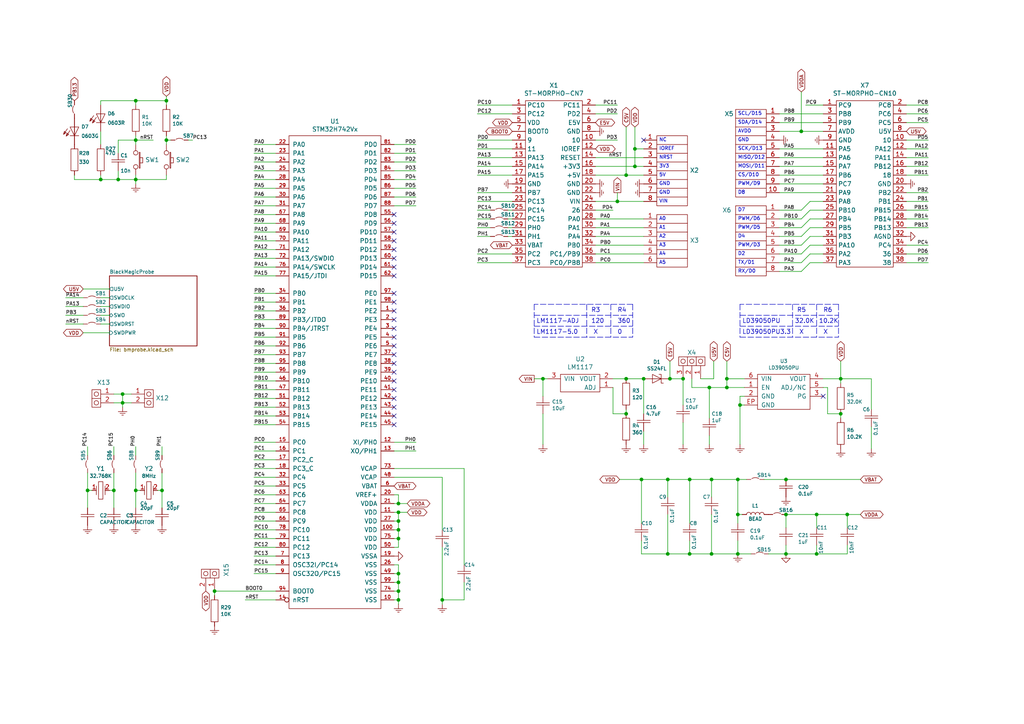
<source format=kicad_sch>
(kicad_sch (version 20231120) (generator "eeschema") (generator_version "8.0")
  (paper "A4")
  (title_block (title "Nuco-V. STM32-NUCLEO64 compatible board.") (rev "0.15"))
  (junction (at 243.84 109.855))
  (junction (at 34.29 52.07))
  (junction (at 115.57 146.05))
  (junction (at 206.375 139.065))
  (junction (at 200.025 139.065))
  (junction (at 245.745 149.225))
  (junction (at 48.26 40.64))
  (junction (at 206.375 160.655))
  (junction (at 115.57 148.59))
  (junction (at 227.965 149.225))
  (junction (at 184.15 43.18))
  (junction (at 39.37 52.07))
  (junction (at 128.27 173.99))
  (junction (at 115.57 156.21))
  (junction (at 213.995 160.655))
  (junction (at 115.57 166.37))
  (junction (at 243.84 120.015))
  (junction (at 227.965 139.065))
  (junction (at 236.855 160.655))
  (junction (at 115.57 173.99))
  (junction (at 184.15 48.26))
  (junction (at 115.57 151.13))
  (junction (at 35.56 114.3))
  (junction (at 35.56 116.84))
  (junction (at 214.63 117.475))
  (junction (at 33.02 142.24))
  (junction (at 213.995 149.225))
  (junction (at 179.07 58.42))
  (junction (at 200.025 160.655))
  (junction (at 186.055 139.065))
  (junction (at 157.48 109.855))
  (junction (at 115.57 171.45))
  (junction (at 115.57 168.91))
  (junction (at 186.69 109.855))
  (junction (at 181.61 109.855))
  (junction (at 115.57 153.67))
  (junction (at 193.675 139.065))
  (junction (at 29.21 52.07))
  (junction (at 236.855 149.225))
  (junction (at 232.41 38.1))
  (junction (at 210.82 112.395))
  (junction (at 181.61 120.015))
  (junction (at 39.37 142.24))
  (junction (at 210.82 109.855))
  (junction (at 198.12 109.855))
  (junction (at 194.31 109.855))
  (junction (at 39.37 29.21))
  (junction (at 46.99 142.24))
  (junction (at 62.23 171.45))
  (junction (at 205.74 112.395))
  (junction (at 48.26 29.21))
  (junction (at 181.61 50.8))
  (junction (at 227.965 160.655))
  (junction (at 213.995 139.065))
  (junction (at 25.4 142.24))
  (junction (at 193.675 160.655))
  (junction (at 39.37 40.64))
  (no_connect (at 114.3 72.39))
  (no_connect (at 114.3 69.85))
  (no_connect (at 114.3 113.03))
  (no_connect (at 114.3 115.57))
  (no_connect (at 114.3 67.31))
  (no_connect (at 114.3 87.63))
  (no_connect (at 114.3 97.79))
  (no_connect (at 114.3 74.93))
  (no_connect (at 114.3 80.01))
  (no_connect (at 114.3 120.65))
  (no_connect (at 186.69 40.64))
  (no_connect (at 114.3 107.95))
  (no_connect (at 114.3 62.23))
  (no_connect (at 114.3 105.41))
  (no_connect (at 114.3 118.11))
  (no_connect (at 114.3 100.33))
  (no_connect (at 114.3 95.25))
  (no_connect (at 114.3 85.09))
  (no_connect (at 114.3 92.71))
  (no_connect (at 114.3 102.87))
  (no_connect (at 238.76 114.935))
  (no_connect (at 114.3 123.19))
  (no_connect (at 114.3 110.49))
  (no_connect (at 114.3 77.47))
  (no_connect (at 114.3 90.17))
  (no_connect (at 114.3 64.77))
  (wire (pts (xy 142.24 68.58) (xy 138.43 68.58)))
  (wire (pts (xy 157.48 109.855) (xy 154.94 109.855)))
  (wire (pts (xy 80.01 138.43) (xy 73.66 138.43)))
  (wire (pts (xy 205.74 126.365) (xy 205.74 128.905)))
  (wire (pts (xy 148.59 50.8) (xy 138.43 50.8)))
  (wire (pts (xy 31.75 88.9) (xy 29.21 88.9)))
  (wire (pts (xy 172.72 60.96) (xy 177.8 60.96)))
  (wire (pts (xy 193.675 149.225) (xy 193.675 160.655)))
  (wire (pts (xy 172.72 45.72) (xy 186.69 45.72)))
  (wire (pts (xy 213.995 139.065) (xy 213.995 149.225)))
  (wire (pts (xy 80.01 153.67) (xy 73.66 153.67)))
  (wire (pts (xy 205.74 112.395) (xy 210.82 112.395)))
  (wire (pts (xy 80.01 85.09) (xy 73.66 85.09)))
  (wire (pts (xy 80.01 133.35) (xy 73.66 133.35)))
  (wire (pts (xy 232.41 78.74) (xy 226.06 78.74)))
  (wire (pts (xy 148.59 43.18) (xy 138.43 43.18)))
  (wire (pts (xy 222.885 160.655) (xy 227.965 160.655)))
  (wire (pts (xy 114.3 158.75) (xy 115.57 158.75)))
  (wire (pts (xy 29.21 29.21) (xy 29.21 30.48)))
  (wire (pts (xy 80.01 161.29) (xy 73.66 161.29)))
  (wire (pts (xy 238.76 63.5) (xy 234.95 63.5)))
  (wire (pts (xy 200.025 156.845) (xy 200.025 160.655)))
  (wire (pts (xy 39.37 129.54) (xy 39.37 132.08)))
  (wire (pts (xy 172.72 58.42) (xy 179.07 58.42)))
  (wire (pts (xy 142.24 60.96) (xy 138.43 60.96)))
  (wire (pts (xy 48.26 40.64) (xy 48.26 41.91)))
  (wire (pts (xy 80.01 166.37) (xy 73.66 166.37)))
  (wire (pts (xy 148.59 55.88) (xy 138.43 55.88)))
  (wire (pts (xy 148.59 45.72) (xy 138.43 45.72)))
  (wire (pts (xy 172.72 76.2) (xy 186.69 76.2)))
  (wire (pts (xy 243.84 111.125) (xy 243.84 109.855)))
  (wire (pts (xy 24.13 86.36) (xy 19.05 86.36)))
  (wire (pts (xy 158.75 109.855) (xy 157.48 109.855)))
  (wire (pts (xy 114.3 146.05) (xy 115.57 146.05)))
  (wire (pts (xy 128.27 175.26) (xy 128.27 173.99)))
  (wire (pts (xy 80.01 128.27) (xy 73.66 128.27)))
  (wire (pts (xy 200.66 109.855) (xy 200.66 112.395)))
  (wire (pts (xy 262.89 66.04) (xy 269.24 66.04)))
  (wire (pts (xy 232.41 76.2) (xy 226.06 76.2)))
  (wire (pts (xy 234.95 63.5) (xy 232.41 66.04)))
  (wire (pts (xy 215.9 109.855) (xy 210.82 109.855)))
  (wire (pts (xy 227.965 158.115) (xy 227.965 160.655)))
  (wire (pts (xy 157.48 120.015) (xy 157.48 128.905)))
  (wire (pts (xy 252.73 109.855) (xy 243.84 109.855)))
  (wire (pts (xy 114.3 151.13) (xy 115.57 151.13)))
  (wire (pts (xy 115.57 143.51) (xy 115.57 146.05)))
  (wire (pts (xy 262.89 35.56) (xy 269.24 35.56)))
  (wire (pts (xy 80.01 110.49) (xy 73.66 110.49)))
  (wire (pts (xy 269.24 50.8) (xy 262.89 50.8)))
  (wire (pts (xy 80.01 120.65) (xy 73.66 120.65)))
  (wire (pts (xy 39.37 52.07) (xy 48.26 52.07)))
  (wire (pts (xy 114.3 171.45) (xy 115.57 171.45)))
  (wire (pts (xy 80.01 92.71) (xy 73.66 92.71)))
  (wire (pts (xy 252.73 123.825) (xy 252.73 130.175)))
  (wire (pts (xy 184.15 48.26) (xy 186.69 48.26)))
  (wire (pts (xy 238.76 30.48) (xy 233.68 30.48)))
  (wire (pts (xy 115.57 148.59) (xy 118.11 148.59)))
  (wire (pts (xy 46.99 142.24) (xy 45.72 142.24)))
  (wire (pts (xy 33.02 147.32) (xy 33.02 142.24)))
  (wire (pts (xy 80.01 151.13) (xy 73.66 151.13)))
  (wire (pts (xy 177.8 109.855) (xy 181.61 109.855)))
  (wire (pts (xy 114.3 143.51) (xy 115.57 143.51)))
  (wire (pts (xy 80.01 100.33) (xy 73.66 100.33)))
  (wire (pts (xy 25.4 147.32) (xy 25.4 142.24)))
  (wire (pts (xy 206.375 139.065) (xy 213.995 139.065)))
  (wire (pts (xy 128.27 158.75) (xy 128.27 173.99)))
  (wire (pts (xy 172.72 50.8) (xy 181.61 50.8)))
  (wire (pts (xy 240.03 112.395) (xy 240.03 120.015)))
  (wire (pts (xy 232.41 73.66) (xy 226.06 73.66)))
  (wire (pts (xy 128.27 153.67) (xy 128.27 138.43)))
  (wire (pts (xy 80.01 130.81) (xy 73.66 130.81)))
  (wire (pts (xy 114.3 138.43) (xy 128.27 138.43)))
  (wire (pts (xy 262.89 71.12) (xy 269.24 71.12)))
  (polyline (pts (xy 214.63 94.615) (xy 243.205 94.615)) (stroke (width 0) (type dash)))
  (polyline (pts (xy 154.94 91.44) (xy 183.515 91.44)) (stroke (width 0) (type dash)))
  (wire (pts (xy 80.01 59.69) (xy 73.66 59.69)))
  (wire (pts (xy 194.31 104.775) (xy 194.31 109.855)))
  (wire (pts (xy 25.4 132.08) (xy 25.4 129.54)))
  (wire (pts (xy 269.24 55.88) (xy 262.89 55.88)))
  (wire (pts (xy 238.76 50.8) (xy 226.06 50.8)))
  (wire (pts (xy 232.41 60.96) (xy 226.06 60.96)))
  (wire (pts (xy 114.3 41.91) (xy 120.65 41.91)))
  (wire (pts (xy 245.745 153.035) (xy 245.745 149.225)))
  (wire (pts (xy 186.69 125.095) (xy 186.69 128.905)))
  (wire (pts (xy 262.89 76.2) (xy 269.24 76.2)))
  (wire (pts (xy 213.995 149.225) (xy 213.995 151.765)))
  (wire (pts (xy 115.57 148.59) (xy 114.3 148.59)))
  (wire (pts (xy 80.01 95.25) (xy 73.66 95.25)))
  (wire (pts (xy 210.82 104.775) (xy 210.82 109.855)))
  (wire (pts (xy 73.66 102.87) (xy 80.01 102.87)))
  (wire (pts (xy 213.995 160.655) (xy 206.375 160.655)))
  (wire (pts (xy 200.025 160.655) (xy 193.675 160.655)))
  (wire (pts (xy 198.12 122.555) (xy 198.12 128.905)))
  (wire (pts (xy 238.76 71.12) (xy 234.95 71.12)))
  (wire (pts (xy 186.69 43.18) (xy 184.15 43.18)))
  (wire (pts (xy 80.01 62.23) (xy 73.66 62.23)))
  (wire (pts (xy 80.01 74.93) (xy 73.66 74.93)))
  (wire (pts (xy 33.02 116.84) (xy 35.56 116.84)))
  (wire (pts (xy 33.02 114.3) (xy 35.56 114.3)))
  (polyline (pts (xy 170.18 88.265) (xy 170.18 97.79)) (stroke (width 0) (type dash)))
  (wire (pts (xy 252.73 118.745) (xy 252.73 109.855)))
  (wire (pts (xy 34.29 44.45) (xy 34.29 40.64)))
  (wire (pts (xy 80.01 146.05) (xy 73.66 146.05)))
  (wire (pts (xy 39.37 147.32) (xy 39.37 142.24)))
  (wire (pts (xy 245.745 160.655) (xy 245.745 158.115)))
  (wire (pts (xy 227.965 160.655) (xy 236.855 160.655)))
  (wire (pts (xy 29.21 50.8) (xy 29.21 52.07)))
  (wire (pts (xy 114.3 163.83) (xy 115.57 163.83)))
  (wire (pts (xy 207.01 104.775) (xy 207.01 109.855)))
  (wire (pts (xy 198.12 117.475) (xy 198.12 109.855)))
  (wire (pts (xy 262.89 30.48) (xy 269.24 30.48)))
  (wire (pts (xy 232.41 71.12) (xy 226.06 71.12)))
  (wire (pts (xy 114.3 168.91) (xy 115.57 168.91)))
  (wire (pts (xy 80.01 140.97) (xy 73.66 140.97)))
  (wire (pts (xy 29.21 52.07) (xy 34.29 52.07)))
  (wire (pts (xy 80.01 52.07) (xy 73.66 52.07)))
  (wire (pts (xy 80.01 135.89) (xy 73.66 135.89)))
  (wire (pts (xy 172.72 71.12) (xy 186.69 71.12)))
  (wire (pts (xy 179.07 55.88) (xy 179.07 58.42)))
  (wire (pts (xy 80.01 90.17) (xy 73.66 90.17)))
  (wire (pts (xy 80.01 97.79) (xy 73.66 97.79)))
  (wire (pts (xy 238.76 48.26) (xy 226.06 48.26)))
  (wire (pts (xy 234.95 71.12) (xy 232.41 73.66)))
  (wire (pts (xy 33.02 142.24) (xy 31.75 142.24)))
  (wire (pts (xy 243.84 120.015) (xy 243.84 121.285)))
  (wire (pts (xy 39.37 53.34) (xy 39.37 52.07)))
  (wire (pts (xy 114.3 59.69) (xy 120.65 59.69)))
  (wire (pts (xy 172.72 63.5) (xy 186.69 63.5)))
  (wire (pts (xy 232.41 68.58) (xy 226.06 68.58)))
  (wire (pts (xy 80.01 69.85) (xy 73.66 69.85)))
  (wire (pts (xy 186.69 109.855) (xy 186.69 120.015)))
  (wire (pts (xy 39.37 142.24) (xy 40.64 142.24)))
  (wire (pts (xy 39.37 39.37) (xy 39.37 40.64)))
  (wire (pts (xy 172.72 30.48) (xy 179.07 30.48)))
  (wire (pts (xy 227.965 139.065) (xy 249.555 139.065)))
  (wire (pts (xy 232.41 38.1) (xy 226.06 38.1)))
  (wire (pts (xy 115.57 156.21) (xy 115.57 153.67)))
  (wire (pts (xy 184.15 43.18) (xy 184.15 36.83)))
  (wire (pts (xy 39.37 40.64) (xy 44.45 40.64)))
  (wire (pts (xy 243.84 109.855) (xy 243.84 104.775)))
  (wire (pts (xy 238.76 58.42) (xy 234.95 58.42)))
  (wire (pts (xy 33.02 132.08) (xy 33.02 129.54)))
  (polyline (pts (xy 214.63 97.79) (xy 243.205 97.79)) (stroke (width 0) (type dash)))
  (wire (pts (xy 262.89 58.42) (xy 269.24 58.42)))
  (wire (pts (xy 24.13 93.98) (xy 19.05 93.98)))
  (wire (pts (xy 234.95 58.42) (xy 232.41 60.96)))
  (wire (pts (xy 38.1 114.3) (xy 35.56 114.3)))
  (wire (pts (xy 186.055 160.655) (xy 186.055 156.845)))
  (wire (pts (xy 114.3 46.99) (xy 120.65 46.99)))
  (wire (pts (xy 80.01 156.21) (xy 73.66 156.21)))
  (wire (pts (xy 217.805 160.655) (xy 213.995 160.655)))
  (wire (pts (xy 115.57 168.91) (xy 115.57 171.45)))
  (wire (pts (xy 181.61 36.83) (xy 181.61 50.8)))
  (wire (pts (xy 240.03 112.395) (xy 238.76 112.395)))
  (wire (pts (xy 80.01 123.19) (xy 73.66 123.19)))
  (polyline (pts (xy 154.94 88.265) (xy 154.94 97.79)) (stroke (width 0) (type dash)))
  (wire (pts (xy 262.89 60.96) (xy 269.24 60.96)))
  (wire (pts (xy 142.24 63.5) (xy 138.43 63.5)))
  (wire (pts (xy 73.66 57.15) (xy 80.01 57.15)))
  (wire (pts (xy 39.37 40.64) (xy 39.37 41.91)))
  (wire (pts (xy 148.59 76.2) (xy 138.43 76.2)))
  (wire (pts (xy 142.24 66.04) (xy 138.43 66.04)))
  (wire (pts (xy 31.75 93.98) (xy 29.21 93.98)))
  (wire (pts (xy 147.32 63.5) (xy 148.59 63.5)))
  (polyline (pts (xy 183.515 88.265) (xy 183.515 97.79)) (stroke (width 0) (type dash)))
  (wire (pts (xy 80.01 105.41) (xy 73.66 105.41)))
  (wire (pts (xy 177.8 112.395) (xy 177.8 120.015)))
  (wire (pts (xy 193.675 160.655) (xy 186.055 160.655)))
  (wire (pts (xy 262.89 73.66) (xy 269.24 73.66)))
  (wire (pts (xy 213.995 160.655) (xy 213.995 156.845)))
  (wire (pts (xy 148.59 30.48) (xy 138.43 30.48)))
  (wire (pts (xy 114.3 130.81) (xy 120.65 130.81)))
  (wire (pts (xy 148.59 73.66) (xy 138.43 73.66)))
  (wire (pts (xy 35.56 116.84) (xy 35.56 114.3)))
  (wire (pts (xy 200.025 139.065) (xy 206.375 139.065)))
  (wire (pts (xy 80.01 158.75) (xy 73.66 158.75)))
  (wire (pts (xy 226.06 33.02) (xy 238.76 33.02)))
  (wire (pts (xy 80.01 49.53) (xy 73.66 49.53)))
  (wire (pts (xy 39.37 30.48) (xy 39.37 29.21)))
  (wire (pts (xy 243.84 109.855) (xy 238.76 109.855)))
  (wire (pts (xy 114.3 166.37) (xy 115.57 166.37)))
  (wire (pts (xy 215.9 114.935) (xy 214.63 114.935)))
  (wire (pts (xy 25.4 142.24) (xy 26.67 142.24)))
  (wire (pts (xy 148.59 33.02) (xy 138.43 33.02)))
  (wire (pts (xy 179.705 139.065) (xy 186.055 139.065)))
  (wire (pts (xy 80.01 67.31) (xy 73.66 67.31)))
  (wire (pts (xy 25.4 137.16) (xy 25.4 142.24)))
  (wire (pts (xy 147.32 66.04) (xy 148.59 66.04)))
  (wire (pts (xy 193.675 139.065) (xy 200.025 139.065)))
  (wire (pts (xy 114.3 173.99) (xy 115.57 173.99)))
  (wire (pts (xy 215.9 112.395) (xy 210.82 112.395)))
  (wire (pts (xy 186.055 139.065) (xy 193.675 139.065)))
  (wire (pts (xy 31.75 96.52) (xy 24.13 96.52)))
  (wire (pts (xy 31.75 91.44) (xy 29.21 91.44)))
  (wire (pts (xy 39.37 137.16) (xy 39.37 142.24)))
  (wire (pts (xy 238.76 53.34) (xy 226.06 53.34)))
  (wire (pts (xy 114.3 128.27) (xy 120.65 128.27)))
  (wire (pts (xy 54.61 40.64) (xy 55.88 40.64)))
  (wire (pts (xy 80.01 173.99) (xy 71.12 173.99)))
  (wire (pts (xy 238.76 60.96) (xy 234.95 60.96)))
  (wire (pts (xy 240.03 120.015) (xy 243.84 120.015)))
  (wire (pts (xy 48.26 29.21) (xy 48.26 27.94)))
  (wire (pts (xy 80.01 54.61) (xy 73.66 54.61)))
  (wire (pts (xy 46.99 137.16) (xy 46.99 142.24)))
  (wire (pts (xy 80.01 77.47) (xy 73.66 77.47)))
  (wire (pts (xy 29.21 29.21) (xy 39.37 29.21)))
  (wire (pts (xy 21.59 52.07) (xy 21.59 50.8)))
  (wire (pts (xy 34.29 40.64) (xy 39.37 40.64)))
  (wire (pts (xy 128.27 173.99) (xy 134.62 173.99)))
  (wire (pts (xy 172.72 73.66) (xy 186.69 73.66)))
  (polyline (pts (xy 236.855 88.265) (xy 236.855 97.79)) (stroke (width 0) (type dash)))
  (wire (pts (xy 80.01 87.63) (xy 73.66 87.63)))
  (wire (pts (xy 39.37 29.21) (xy 48.26 29.21)))
  (wire (pts (xy 227.965 149.225) (xy 227.965 153.035)))
  (wire (pts (xy 39.37 50.8) (xy 39.37 52.07)))
  (wire (pts (xy 134.62 173.99) (xy 134.62 168.91)))
  (wire (pts (xy 221.615 139.065) (xy 227.965 139.065)))
  (wire (pts (xy 236.855 160.655) (xy 245.745 160.655)))
  (wire (pts (xy 48.26 29.21) (xy 48.26 30.48)))
  (wire (pts (xy 181.61 118.745) (xy 181.61 120.015)))
  (wire (pts (xy 80.01 64.77) (xy 73.66 64.77)))
  (wire (pts (xy 238.76 68.58) (xy 234.95 68.58)))
  (wire (pts (xy 238.76 43.18) (xy 226.06 43.18)))
  (wire (pts (xy 115.57 171.45) (xy 115.57 173.99)))
  (polyline (pts (xy 154.94 97.79) (xy 183.515 97.79)) (stroke (width 0) (type dash)))
  (wire (pts (xy 234.95 73.66) (xy 232.41 76.2)))
  (wire (pts (xy 147.32 68.58) (xy 148.59 68.58)))
  (wire (pts (xy 186.055 151.765) (xy 186.055 139.065)))
  (wire (pts (xy 115.57 153.67) (xy 115.57 151.13)))
  (wire (pts (xy 200.66 112.395) (xy 205.74 112.395)))
  (wire (pts (xy 172.72 68.58) (xy 186.69 68.58)))
  (wire (pts (xy 269.24 48.26) (xy 262.89 48.26)))
  (wire (pts (xy 172.72 66.04) (xy 186.69 66.04)))
  (wire (pts (xy 148.59 58.42) (xy 138.43 58.42)))
  (wire (pts (xy 48.26 52.07) (xy 48.26 50.8)))
  (wire (pts (xy 262.89 40.64) (xy 269.24 40.64)))
  (wire (pts (xy 262.89 33.02) (xy 269.24 33.02)))
  (wire (pts (xy 194.31 109.855) (xy 198.12 109.855)))
  (polyline (pts (xy 243.205 88.265) (xy 214.63 88.265)) (stroke (width 0) (type dash)))
  (wire (pts (xy 210.82 109.855) (xy 210.82 112.395)))
  (wire (pts (xy 35.56 116.84) (xy 35.56 118.11)))
  (wire (pts (xy 269.24 45.72) (xy 262.89 45.72)))
  (wire (pts (xy 34.29 52.07) (xy 34.29 49.53)))
  (wire (pts (xy 80.01 41.91) (xy 73.66 41.91)))
  (wire (pts (xy 172.72 48.26) (xy 184.15 48.26)))
  (wire (pts (xy 114.3 153.67) (xy 115.57 153.67)))
  (wire (pts (xy 205.74 112.395) (xy 205.74 121.285)))
  (wire (pts (xy 114.3 49.53) (xy 120.65 49.53)))
  (polyline (pts (xy 214.63 91.44) (xy 243.205 91.44)) (stroke (width 0) (type dash)))
  (wire (pts (xy 179.07 58.42) (xy 186.69 58.42)))
  (wire (pts (xy 206.375 144.145) (xy 206.375 139.065)))
  (wire (pts (xy 49.53 40.64) (xy 48.26 40.64)))
  (wire (pts (xy 262.89 43.18) (xy 269.24 43.18)))
  (wire (pts (xy 80.01 107.95) (xy 73.66 107.95)))
  (wire (pts (xy 215.9 117.475) (xy 214.63 117.475)))
  (wire (pts (xy 39.37 52.07) (xy 34.29 52.07)))
  (wire (pts (xy 80.01 148.59) (xy 73.66 148.59)))
  (wire (pts (xy 31.75 86.36) (xy 29.21 86.36)))
  (wire (pts (xy 238.76 38.1) (xy 232.41 38.1)))
  (wire (pts (xy 238.76 66.04) (xy 234.95 66.04)))
  (wire (pts (xy 234.95 60.96) (xy 232.41 63.5)))
  (wire (pts (xy 232.41 38.1) (xy 232.41 26.67)))
  (wire (pts (xy 200.025 139.065) (xy 200.025 151.765)))
  (wire (pts (xy 216.535 139.065) (xy 213.995 139.065)))
  (wire (pts (xy 46.99 132.08) (xy 46.99 129.54)))
  (wire (pts (xy 115.57 163.83) (xy 115.57 166.37)))
  (wire (pts (xy 114.3 44.45) (xy 120.65 44.45)))
  (wire (pts (xy 181.61 50.8) (xy 186.69 50.8)))
  (wire (pts (xy 238.76 55.88) (xy 226.06 55.88)))
  (wire (pts (xy 80.01 118.11) (xy 73.66 118.11)))
  (wire (pts (xy 234.95 68.58) (xy 232.41 71.12)))
  (wire (pts (xy 213.995 149.225) (xy 215.265 149.225)))
  (wire (pts (xy 46.99 147.32) (xy 46.99 142.24)))
  (wire (pts (xy 114.3 156.21) (xy 115.57 156.21)))
  (wire (pts (xy 115.57 158.75) (xy 115.57 156.21)))
  (wire (pts (xy 114.3 57.15) (xy 120.65 57.15)))
  (wire (pts (xy 114.3 54.61) (xy 120.65 54.61)))
  (wire (pts (xy 262.89 63.5) (xy 269.24 63.5)))
  (wire (pts (xy 236.855 149.225) (xy 227.965 149.225)))
  (wire (pts (xy 193.675 144.145) (xy 193.675 139.065)))
  (wire (pts (xy 177.8 120.015) (xy 181.61 120.015)))
  (wire (pts (xy 80.01 115.57) (xy 73.66 115.57)))
  (wire (pts (xy 80.01 72.39) (xy 73.66 72.39)))
  (wire (pts (xy 48.26 39.37) (xy 48.26 40.64)))
  (polyline (pts (xy 214.63 88.265) (xy 214.63 97.79)) (stroke (width 0) (type dash)))
  (wire (pts (xy 80.01 163.83) (xy 73.66 163.83)))
  (wire (pts (xy 157.48 109.855) (xy 157.48 114.935)))
  (wire (pts (xy 62.23 172.72) (xy 62.23 171.45)))
  (wire (pts (xy 80.01 143.51) (xy 73.66 143.51)))
  (wire (pts (xy 234.95 76.2) (xy 232.41 78.74)))
  (wire (pts (xy 234.95 66.04) (xy 232.41 68.58)))
  (wire (pts (xy 115.57 151.13) (xy 115.57 148.59)))
  (wire (pts (xy 29.21 38.1) (xy 29.21 41.91)))
  (polyline (pts (xy 154.94 94.615) (xy 183.515 94.615)) (stroke (width 0) (type dash)))
  (wire (pts (xy 115.57 166.37) (xy 115.57 168.91)))
  (wire (pts (xy 181.61 109.855) (xy 186.69 109.855)))
  (wire (pts (xy 238.76 76.2) (xy 234.95 76.2)))
  (polyline (pts (xy 243.205 88.265) (xy 243.205 97.79)) (stroke (width 0) (type dash)))
  (wire (pts (xy 236.855 153.035) (xy 236.855 149.225)))
  (wire (pts (xy 172.72 33.02) (xy 179.07 33.02)))
  (wire (pts (xy 33.02 137.16) (xy 33.02 142.24)))
  (wire (pts (xy 238.76 35.56) (xy 226.06 35.56)))
  (wire (pts (xy 206.375 149.225) (xy 206.375 160.655)))
  (wire (pts (xy 236.855 158.115) (xy 236.855 160.655)))
  (wire (pts (xy 232.41 66.04) (xy 226.06 66.04)))
  (wire (pts (xy 80.01 44.45) (xy 73.66 44.45)))
  (wire (pts (xy 203.2 109.855) (xy 207.01 109.855)))
  (polyline (pts (xy 229.87 88.265) (xy 229.87 97.79)) (stroke (width 0) (type dash)))
  (wire (pts (xy 172.72 40.64) (xy 179.07 40.64)))
  (wire (pts (xy 114.3 135.89) (xy 134.62 135.89)))
  (wire (pts (xy 147.32 60.96) (xy 148.59 60.96)))
  (polyline (pts (xy 183.515 88.265) (xy 154.94 88.265)) (stroke (width 0) (type dash)))
  (wire (pts (xy 245.745 149.225) (xy 236.855 149.225)))
  (wire (pts (xy 115.57 173.99) (xy 115.57 175.26)))
  (wire (pts (xy 21.59 52.07) (xy 29.21 52.07)))
  (wire (pts (xy 249.555 149.225) (xy 245.745 149.225)))
  (wire (pts (xy 206.375 160.655) (xy 200.025 160.655)))
  (wire (pts (xy 114.3 52.07) (xy 120.65 52.07)))
  (wire (pts (xy 238.76 73.66) (xy 234.95 73.66)))
  (wire (pts (xy 184.15 43.18) (xy 184.15 48.26)))
  (wire (pts (xy 214.63 117.475) (xy 214.63 128.905)))
  (wire (pts (xy 115.57 146.05) (xy 118.11 146.05)))
  (wire (pts (xy 134.62 163.83) (xy 134.62 135.89)))
  (wire (pts (xy 24.13 91.44) (xy 19.05 91.44)))
  (wire (pts (xy 24.13 88.9) (xy 19.05 88.9)))
  (wire (pts (xy 148.59 48.26) (xy 138.43 48.26)))
  (wire (pts (xy 214.63 114.935) (xy 214.63 117.475)))
  (wire (pts (xy 62.23 171.45) (xy 80.01 171.45)))
  (wire (pts (xy 80.01 46.99) (xy 73.66 46.99)))
  (wire (pts (xy 80.01 113.03) (xy 73.66 113.03)))
  (wire (pts (xy 31.75 83.82) (xy 24.13 83.82)))
  (polyline (pts (xy 177.165 88.265) (xy 177.165 97.79)) (stroke (width 0) (type dash)))
  (wire (pts (xy 232.41 63.5) (xy 226.06 63.5)))
  (wire (pts (xy 38.1 116.84) (xy 35.56 116.84)))
  (wire (pts (xy 148.59 40.64) (xy 138.43 40.64)))
  (wire (pts (xy 80.01 80.01) (xy 73.66 80.01)))
  (wire (pts (xy 238.76 45.72) (xy 226.06 45.72)))
  (text "MISO/D12" (at 213.995 46.355 0) (effects (font (size 1.016 1.016)) (justify left bottom)))
  (text "A1" (at 191.135 66.675 0) (effects (font (size 1.016 1.016)) (justify left bottom)))
  (text "SCK/D13" (at 213.995 43.815 0) (effects (font (size 1.016 1.016)) (justify left bottom)))
  (text "A5" (at 191.135 76.835 0) (effects (font (size 1.016 1.016)) (justify left bottom)))
  (text "PWM/D5" (at 213.995 66.675 0) (effects (font (size 1.016 1.016)) (justify left bottom)))
  (text "3V3" (at 191.135 48.895 0) (effects (font (size 1.016 1.016)) (justify left bottom)))
  (text "120" (at 171.45 93.98 0) (effects (font (size 1.27 1.27)) (justify left bottom)))
  (text "GND" (at 213.995 41.275 0) (effects (font (size 1.016 1.016)) (justify left bottom)))
  (text "R5" (at 231.14 90.805 0) (effects (font (size 1.27 1.27)) (justify left bottom)))
  (text "GND" (at 191.135 56.515 0) (effects (font (size 1.016 1.016)) (justify left bottom)))
  (text "5V" (at 191.135 51.435 0) (effects (font (size 1.016 1.016)) (justify left bottom)))
  (text "D7" (at 213.995 61.595 0) (effects (font (size 1.016 1.016)) (justify left bottom)))
  (text "X" (at 172.085 97.155 0) (effects (font (size 1.27 1.27)) (justify left bottom)))
  (text "RX/D0" (at 213.995 79.375 0) (effects (font (size 1.016 1.016)) (justify left bottom)))
  (text "R4" (at 179.07 90.805 0) (effects (font (size 1.27 1.27)) (justify left bottom)))
  (text "GND" (at 191.135 53.975 0) (effects (font (size 1.016 1.016)) (justify left bottom)))
  (text "AVDD" (at 213.995 38.735 0) (effects (font (size 1.016 1.016)) (justify left bottom)))
  (text "D8" (at 213.995 56.515 0) (effects (font (size 1.016 1.016)) (justify left bottom)))
  (text "CS/D10" (at 213.995 51.435 0) (effects (font (size 1.016 1.016)) (justify left bottom)))
  (text "NRST" (at 191.135 46.355 0) (effects (font (size 1.016 1.016)) (justify left bottom)))
  (text "NC" (at 191.135 41.275 0) (effects (font (size 1.016 1.016)) (justify left bottom)))
  (text "A4" (at 191.135 74.295 0) (effects (font (size 1.016 1.016)) (justify left bottom)))
  (text "TX/D1" (at 213.995 76.835 0) (effects (font (size 1.016 1.016)) (justify left bottom)))
  (text "SCL/D15" (at 213.995 33.655 0) (effects (font (size 1.016 1.016)) (justify left bottom)))
  (text "0" (at 179.07 97.155 0) (effects (font (size 1.27 1.27)) (justify left bottom)))
  (text "LM1117-ADJ" (at 155.575 93.98 0) (effects (font (size 1.27 1.27)) (justify left bottom)))
  (text "PWM/D6" (at 213.995 64.135 0) (effects (font (size 1.016 1.016)) (justify left bottom)))
  (text "LD39050PU3.3" (at 215.265 97.155 0) (effects (font (size 1.27 1.27)) (justify left bottom)))
  (text "PWM/D9" (at 213.995 53.975 0) (effects (font (size 1.016 1.016)) (justify left bottom)))
  (text "IOREF" (at 191.135 43.815 0) (effects (font (size 1.016 1.016)) (justify left bottom)))
  (text "X" (at 231.775 97.155 0) (effects (font (size 1.27 1.27)) (justify left bottom)))
  (text "X" (at 238.76 97.155 0) (effects (font (size 1.27 1.27)) (justify left bottom)))
  (text "PWM/D3" (at 213.995 71.755 0) (effects (font (size 1.016 1.016)) (justify left bottom)))
  (text "LM1117-5.0" (at 155.575 97.155 0) (effects (font (size 1.27 1.27)) (justify left bottom)))
  (text "R3" (at 171.45 90.805 0) (effects (font (size 1.27 1.27)) (justify left bottom)))
  (text "A3" (at 191.135 71.755 0) (effects (font (size 1.016 1.016)) (justify left bottom)))
  (text "SDA/D14" (at 213.995 36.195 0) (effects (font (size 1.016 1.016)) (justify left bottom)))
  (text "A2" (at 191.135 69.215 0) (effects (font (size 1.016 1.016)) (justify left bottom)))
  (text "MOSI/D11" (at 213.995 48.895 0) (effects (font (size 1.016 1.016)) (justify left bottom)))
  (text "A0" (at 191.135 64.135 0) (effects (font (size 1.016 1.016)) (justify left bottom)))
  (text "D4" (at 213.995 69.215 0) (effects (font (size 1.016 1.016)) (justify left bottom)))
  (text "D2" (at 213.995 74.295 0) (effects (font (size 1.016 1.016)) (justify left bottom)))
  (text "VIN" (at 191.135 59.055 0) (effects (font (size 1.016 1.016)) (justify left bottom)))
  (text "32.0K" (at 230.505 93.98 0) (effects (font (size 1.27 1.27)) (justify left bottom)))
  (text "LD39050PU" (at 215.265 93.98 0) (effects (font (size 1.27 1.27)) (justify left bottom)))
  (text "10.2K" (at 237.49 93.98 0) (effects (font (size 1.27 1.27)) (justify left bottom)))
  (text "360" (at 179.07 93.98 0) (effects (font (size 1.27 1.27)) (justify left bottom)))
  (text "R6" (at 238.76 90.805 0) (effects (font (size 1.27 1.27)) (justify left bottom)))
  (label "PB1" (at 269.24 58.42 180) (effects (font (size 1.016 1.016))))
  (label "PC5" (at 73.66 140.97 0) (effects (font (size 1.016 1.016))))
  (label "PA6" (at 73.66 57.15 0) (effects (font (size 1.016 1.016))))
  (label "PC5" (at 269.24 35.56 180) (effects (font (size 1.016 1.016))))
  (label "PC2" (at 73.66 133.35 0) (effects (font (size 1.016 1.016))))
  (label "PC11" (at 179.07 30.48 180) (effects (font (size 1.016 1.016))))
  (label "PB4" (at 73.66 95.25 0) (effects (font (size 1.016 1.016))))
  (label "PC13" (at 73.66 161.29 0) (effects (font (size 1.016 1.016))))
  (label "PD2" (at 120.65 46.99 180) (effects (font (size 1.016 1.016))))
  (label "PC15" (at 73.66 166.37 0) (effects (font (size 1.016 1.016))))
  (label "PD0" (at 138.43 40.64 0) (effects (font (size 1.016 1.016))))
  (label "PA7" (at 227.33 48.26 0) (effects (font (size 1.016 1.016))))
  (label "nRST" (at 44.45 40.64 180) (effects (font (size 1.016 1.016))))
  (label "PH1" (at 138.43 68.58 0) (effects (font (size 1.016 1.016))))
  (label "PA6" (at 227.33 45.72 0) (effects (font (size 1.016 1.016))))
  (label "nRST" (at 71.12 173.99 0) (effects (font (size 1.016 1.016))))
  (label "PD0" (at 120.65 41.91 180) (effects (font (size 1.016 1.016))))
  (label "PA3" (at 227.33 78.74 0) (effects (font (size 1.016 1.016))))
  (label "PB15" (at 269.24 60.96 180) (effects (font (size 1.016 1.016))))
  (label "PB14" (at 269.24 63.5 180) (effects (font (size 1.016 1.016))))
  (label "PB14" (at 73.66 120.65 0) (effects (font (size 1.016 1.016))))
  (label "PA14" (at 73.66 77.47 0) (effects (font (size 1.016 1.016))))
  (label "PA4" (at 73.66 52.07 0) (effects (font (size 1.016 1.016))))
  (label "PD1" (at 120.65 44.45 180) (effects (font (size 1.016 1.016))))
  (label "PC14" (at 138.43 60.96 0) (effects (font (size 1.016 1.016))))
  (label "PB2" (at 73.66 90.17 0) (effects (font (size 1.016 1.016))))
  (label "PA12" (at 73.66 72.39 0) (effects (font (size 1.016 1.016))))
  (label "PC8" (at 73.66 148.59 0) (effects (font (size 1.016 1.016))))
  (label "PC4" (at 73.66 138.43 0) (effects (font (size 1.016 1.016))))
  (label "PA3" (at 73.66 49.53 0) (effects (font (size 1.016 1.016))))
  (label "PC12" (at 138.43 33.02 0) (effects (font (size 1.016 1.016))))
  (label "PC3" (at 138.43 76.2 0) (effects (font (size 1.016 1.016))))
  (label "PA10" (at 73.66 67.31 0) (effects (font (size 1.016 1.016))))
  (label "PC10" (at 138.43 30.48 0) (effects (font (size 1.016 1.016))))
  (label "nRST" (at 19.05 93.98 0) (effects (font (size 1.016 1.016))))
  (label "PA11" (at 73.66 69.85 0) (effects (font (size 1.016 1.016))))
  (label "PA15" (at 138.43 50.8 0) (effects (font (size 1.016 1.016))))
  (label "PA0" (at 173.99 63.5 0) (effects (font (size 1.016 1.016))))
  (label "PB5" (at 73.66 97.79 0) (effects (font (size 1.016 1.016))))
  (label "PB6" (at 73.66 100.33 0) (effects (font (size 1.016 1.016))))
  (label "PA4" (at 173.99 68.58 0) (effects (font (size 1.016 1.016))))
  (label "PB2" (at 269.24 55.88 180) (effects (font (size 1.016 1.016))))
  (label "PD5" (at 120.65 54.61 180) (effects (font (size 1.016 1.016))))
  (label "BOOT0" (at 71.12 171.45 0) (effects (font (size 1.016 1.016))))
  (label "PB3" (at 19.05 91.44 0) (effects (font (size 1.016 1.016))))
  (label "PC1" (at 73.66 130.81 0) (effects (font (size 1.016 1.016))))
  (label "PB13" (at 269.24 66.04 180) (effects (font (size 1.016 1.016))))
  (label "PB9" (at 227.33 35.56 0) (effects (font (size 1.016 1.016))))
  (label "PD2" (at 179.07 33.02 180) (effects (font (size 1.016 1.016))))
  (label "nRST" (at 176.53 45.72 0) (effects (font (size 1.016 1.016))))
  (label "PB10" (at 73.66 110.49 0) (effects (font (size 1.016 1.016))))
  (label "PB9" (at 73.66 107.95 0) (effects (font (size 1.016 1.016))))
  (label "PA13" (at 138.43 45.72 0) (effects (font (size 1.016 1.016))))
  (label "PA13" (at 19.05 88.9 0) (effects (font (size 1.016 1.016))))
  (label "PH1" (at 46.99 129.54 90) (effects (font (size 1.016 1.016))))
  (label "PA12" (at 269.24 43.18 180) (effects (font (size 1.016 1.016))))
  (label "PC14" (at 73.66 163.83 0) (effects (font (size 1.016 1.016))))
  (label "PC13" (at 138.43 58.42 0) (effects (font (size 1.016 1.016))))
  (label "PA9" (at 73.66 64.77 0) (effects (font (size 1.016 1.016))))
  (label "PD6" (at 269.24 73.66 180) (effects (font (size 1.016 1.016))))
  (label "PA13" (at 73.66 74.93 0) (effects (font (size 1.016 1.016))))
  (label "PB4" (at 227.33 66.04 0) (effects (font (size 1.016 1.016))))
  (label "PA0" (at 73.66 41.91 0) (effects (font (size 1.016 1.016))))
  (label "PA2" (at 227.33 76.2 0) (effects (font (size 1.016 1.016))))
  (label "PC15" (at 33.02 129.54 90) (effects (font (size 1.016 1.016))))
  (label "PC15" (at 138.43 63.5 0) (effects (font (size 1.016 1.016))))
  (label "PB3" (at 73.66 92.71 0) (effects (font (size 1.016 1.016))))
  (label "PC2" (at 138.43 73.66 0) (effects (font (size 1.016 1.016))))
  (label "PA1" (at 173.99 66.04 0) (effects (font (size 1.016 1.016))))
  (label "PD1" (at 138.43 43.18 0) (effects (font (size 1.016 1.016))))
  (label "PD7" (at 120.65 59.69 180) (effects (font (size 1.016 1.016))))
  (label "PB8" (at 227.33 33.02 0) (effects (font (size 1.016 1.016))))
  (label "PC9" (at 73.66 151.13 0) (effects (font (size 1.016 1.016))))
  (label "PB0" (at 173.99 71.12 0) (effects (font (size 1.016 1.016))))
  (label "PB15" (at 73.66 123.19 0) (effects (font (size 1.016 1.016))))
  (label "PA2" (at 73.66 46.99 0) (effects (font (size 1.016 1.016))))
  (label "PC0" (at 73.66 128.27 0) (effects (font (size 1.016 1.016))))
  (label "PH0" (at 39.37 129.54 90) (effects (font (size 1.016 1.016))))
  (label "PD3" (at 179.07 40.64 180) (effects (font (size 1.016 1.016))))
  (label "PB7" (at 138.43 55.88 0) (effects (font (size 1.016 1.016))))
  (label "PB6" (at 227.33 50.8 0) (effects (font (size 1.016 1.016))))
  (label "PC14" (at 25.4 129.54 90) (effects (font (size 1.016 1.016))))
  (label "PA11" (at 269.24 45.72 180) (effects (font (size 1.016 1.016))))
  (label "PA5" (at 227.33 43.18 0) (effects (font (size 1.016 1.016))))
  (label "PC9" (at 233.68 30.48 0) (effects (font (size 1.016 1.016))))
  (label "PC10" (at 73.66 153.67 0) (effects (font (size 1.016 1.016))))
  (label "PC1" (at 173.99 73.66 0) (effects (font (size 1.016 1.016))))
  (label "PD5" (at 269.24 40.64 180) (effects (font (size 1.016 1.016))))
  (label "PA8" (at 73.66 62.23 0) (effects (font (size 1.016 1.016))))
  (label "PC0" (at 173.99 76.2 0) (effects (font (size 1.016 1.016))))
  (label "PB8" (at 73.66 105.41 0) (effects (font (size 1.016 1.016))))
  (label "PA5" (at 73.66 54.61 0) (effects (font (size 1.016 1.016))))
  (label "PC6" (at 269.24 33.02 180) (effects (font (size 1.016 1.016))))
  (label "PC7" (at 73.66 146.05 0) (effects (font (size 1.016 1.016))))
  (label "PA14" (at 138.43 48.26 0) (effects (font (size 1.016 1.016))))
  (label "PB11" (at 73.66 113.03 0) (effects (font (size 1.016 1.016))))
  (label "PA14" (at 19.05 86.36 0) (effects (font (size 1.016 1.016))))
  (label "PB1" (at 73.66 87.63 0) (effects (font (size 1.016 1.016))))
  (label "PC13" (at 55.88 40.64 0) (effects (font (size 1.016 1.016))))
  (label "PD4" (at 120.65 52.07 180) (effects (font (size 1.016 1.016))))
  (label "PD6" (at 120.65 57.15 180) (effects (font (size 1.016 1.016))))
  (label "PB11" (at 269.24 50.8 180) (effects (font (size 1.016 1.016))))
  (label "PB12" (at 269.24 48.26 180) (effects (font (size 1.016 1.016))))
  (label "PB13" (at 73.66 118.11 0) (effects (font (size 1.016 1.016))))
  (label "PC4" (at 269.24 71.12 180) (effects (font (size 1.016 1.016))))
  (label "PB12" (at 73.66 115.57 0) (effects (font (size 1.016 1.016))))
  (label "PC6" (at 73.66 143.51 0) (effects (font (size 1.016 1.016))))
  (label "PC8" (at 269.24 30.48 180) (effects (font (size 1.016 1.016))))
  (label "PH0" (at 138.43 66.04 0) (effects (font (size 1.016 1.016))))
  (label "PA7" (at 73.66 59.69 0) (effects (font (size 1.016 1.016))))
  (label "PB3" (at 227.33 71.12 0) (effects (font (size 1.016 1.016))))
  (label "PH1" (at 120.65 130.81 180) (effects (font (size 1.016 1.016))))
  (label "PA1" (at 73.66 44.45 0) (effects (font (size 1.016 1.016))))
  (label "PC3" (at 73.66 135.89 0) (effects (font (size 1.016 1.016))))
  (label "PD7" (at 269.24 76.2 180) (effects (font (size 1.016 1.016))))
  (label "PA8" (at 227.33 60.96 0) (effects (font (size 1.016 1.016))))
  (label "PA15" (at 73.66 80.01 0) (effects (font (size 1.016 1.016))))
  (label "PD4" (at 177.8 60.96 180) (effects (font (size 1.016 1.016))))
  (label "PD3" (at 120.65 49.53 180) (effects (font (size 1.016 1.016))))
  (label "PB10" (at 227.33 63.5 0) (effects (font (size 1.016 1.016))))
  (label "PC11" (at 73.66 156.21 0) (effects (font (size 1.016 1.016))))
  (label "PH0" (at 120.65 128.27 180) (effects (font (size 1.016 1.016))))
  (label "PC12" (at 73.66 158.75 0) (effects (font (size 1.016 1.016))))
  (label "PA10" (at 227.33 73.66 0) (effects (font (size 1.016 1.016))))
  (label "PB0" (at 73.66 85.09 0) (effects (font (size 1.016 1.016))))
  (label "PB5" (at 227.33 68.58 0) (effects (font (size 1.016 1.016))))
  (label "PB7" (at 73.66 102.87 0) (effects (font (size 1.016 1.016))))
  (label "PC7" (at 227.33 53.34 0) (effects (font (size 1.016 1.016))))
  (label "PA9" (at 227.33 55.88 0) (effects (font (size 1.016 1.016))))
  (global_label "VDD" (shape bidirectional) (at 243.84 104.775 90) (effects (font (size 1.016 1.016))) (property "Intersheetrefs" "${INTERSHEET_REFS}" (effects (hide yes))))
  (global_label "VDDA" (shape bidirectional) (at 232.41 26.67 90) (effects (font (size 1.016 1.016))) (property "Intersheetrefs" "${INTERSHEET_REFS}" (effects (hide yes))))
  (global_label "BOOT0" (shape bidirectional) (at 148.59 38.1 180) (effects (font (size 1.016 1.016))) (property "Intersheetrefs" "${INTERSHEET_REFS}" (effects (hide yes))))
  (global_label "VDD" (shape bidirectional) (at 179.705 139.065 180) (effects (font (size 1.016 1.016))) (property "Intersheetrefs" "${INTERSHEET_REFS}" (effects (hide yes))))
  (global_label "U5V" (shape bidirectional) (at 262.89 38.1 0) (effects (font (size 1.016 1.016))) (property "Intersheetrefs" "${INTERSHEET_REFS}" (effects (hide yes))))
  (global_label "VDD" (shape bidirectional) (at 172.72 43.18 0) (effects (font (size 1.016 1.016))) (property "Intersheetrefs" "${INTERSHEET_REFS}" (effects (hide yes))))
  (global_label "VIN" (shape output) (at 154.94 109.855 180) (effects (font (size 1.016 1.016))) (property "Intersheetrefs" "${INTERSHEET_REFS}" (effects (hide yes))))
  (global_label "VDD" (shape bidirectional) (at 48.26 27.94 90) (effects (font (size 1.016 1.016))) (property "Intersheetrefs" "${INTERSHEET_REFS}" (effects (hide yes))))
  (global_label "U5V" (shape bidirectional) (at 24.13 83.82 180) (effects (font (size 1.016 1.016))) (property "Intersheetrefs" "${INTERSHEET_REFS}" (effects (hide yes))))
  (global_label "VIN" (shape output) (at 179.07 55.88 90) (effects (font (size 1.016 1.016))) (property "Intersheetrefs" "${INTERSHEET_REFS}" (effects (hide yes))))
  (global_label "E5V" (shape bidirectional) (at 194.31 104.775 90) (effects (font (size 1.016 1.016))) (property "Intersheetrefs" "${INTERSHEET_REFS}" (effects (hide yes))))
  (global_label "VDDA" (shape bidirectional) (at 118.11 146.05 0) (effects (font (size 1.016 1.016))) (property "Intersheetrefs" "${INTERSHEET_REFS}" (effects (hide yes))))
  (global_label "VDD" (shape bidirectional) (at 148.59 35.56 180) (effects (font (size 1.016 1.016))) (property "Intersheetrefs" "${INTERSHEET_REFS}" (effects (hide yes))))
  (global_label "VDD" (shape bidirectional) (at 24.13 96.52 180) (effects (font (size 1.016 1.016))) (property "Intersheetrefs" "${INTERSHEET_REFS}" (effects (hide yes))))
  (global_label "VBAT" (shape bidirectional) (at 249.555 139.065 0) (effects (font (size 1.016 1.016))) (property "Intersheetrefs" "${INTERSHEET_REFS}" (effects (hide yes))))
  (global_label "PB13" (shape bidirectional) (at 21.59 29.21 90) (effects (font (size 1.016 1.016))) (property "Intersheetrefs" "${INTERSHEET_REFS}" (effects (hide yes))))
  (global_label "C5V" (shape tri_state) (at 181.61 36.83 90) (effects (font (size 1.016 1.016))) (property "Intersheetrefs" "${INTERSHEET_REFS}" (effects (hide yes))))
  (global_label "E5V" (shape bidirectional) (at 172.72 35.56 0) (effects (font (size 1.016 1.016))) (property "Intersheetrefs" "${INTERSHEET_REFS}" (effects (hide yes))))
  (global_label "VBAT" (shape bidirectional) (at 114.3 140.97 0) (effects (font (size 1.016 1.016))) (property "Intersheetrefs" "${INTERSHEET_REFS}" (effects (hide yes))))
  (global_label "C5V" (shape tri_state) (at 210.82 104.775 90) (effects (font (size 1.016 1.016))) (property "Intersheetrefs" "${INTERSHEET_REFS}" (effects (hide yes))))
  (global_label "VDD" (shape bidirectional) (at 118.11 148.59 0) (effects (font (size 1.016 1.016))) (property "Intersheetrefs" "${INTERSHEET_REFS}" (effects (hide yes))))
  (global_label "VDD" (shape bidirectional) (at 184.15 36.83 90) (effects (font (size 1.016 1.016))) (property "Intersheetrefs" "${INTERSHEET_REFS}" (effects (hide yes))))
  (global_label "U5V" (shape bidirectional) (at 207.01 104.775 90) (effects (font (size 1.016 1.016))) (property "Intersheetrefs" "${INTERSHEET_REFS}" (effects (hide yes))))
  (global_label "VDDA" (shape bidirectional) (at 249.555 149.225 0) (effects (font (size 1.016 1.016))) (property "Intersheetrefs" "${INTERSHEET_REFS}" (effects (hide yes))))
  (global_label "VBAT" (shape bidirectional) (at 148.59 71.12 180) (effects (font (size 1.016 1.016))) (property "Intersheetrefs" "${INTERSHEET_REFS}" (effects (hide yes))))
  (global_label "VDD" (shape bidirectional) (at 59.69 171.45 270) (effects (font (size 1.016 1.016))) (property "Intersheetrefs" "${INTERSHEET_REFS}" (effects (hide yes))))
  (symbol (lib_id "nuco-v-rescue:ST-MORPHO-CN7-CONNECTORS") (at 148.59 30.48 0) (unit 1)
    (property "Reference" "X1" (at 160.655 24.765 0))
    (property "Value" "ST-MORPHO-CN7" (at 160.655 27.0764 0))
    (property "Footprint" "CONNFLY:DS1021-2X19S61" (effects (hide yes)))
  )
  (symbol (lib_id "nuco-v-rescue:ST-MORPHO-CN10-CONNECTORS") (at 238.76 30.48 0) (unit 1)
    (property "Reference" "X7" (at 250.825 24.765 0))
    (property "Value" "ST-MORPHO-CN10" (at 250.825 27.0764 0))
    (property "Footprint" "CONNFLY:DS1021-2X19S61" (effects (hide yes)))
  )
  (symbol (lib_id "nuco-v-rescue:STM32H742Vx-STM32") (at 80.01 41.91 0) (unit 1)
    (property "Reference" "U1" (at 97.155 35.179 0))
    (property "Value" "STM32H742Vx" (at 97.155 37.4904 0))
    (property "Footprint" "SMD-QFN:QFPX50P140X140-100" (effects (hide yes)))
  )
  (symbol (lib_id "nuco-v-rescue:JUMPER-COMMON") (at 142.24 63.5 0) (unit 1)
    (property "Reference" "SB11" (at 147.32 62.23 0) (effects (font (size 1.016 1.016))))
    (property "Value" "JUMPER" (effects (hide yes)))
    (property "Footprint" "SMD-CMN:SMD-0603R" (effects (hide yes)))
  )
  (symbol (lib_id "nuco-v-rescue:JUMPER-COMMON") (at 142.24 60.96 0) (unit 1)
    (property "Reference" "SB10" (at 147.32 59.69 0) (effects (font (size 1.016 1.016))))
    (property "Value" "JUMPER" (effects (hide yes)))
    (property "Footprint" "SMD-CMN:SMD-0603R" (effects (hide yes)))
  )
  (symbol (lib_id "nuco-v-rescue:JUMPER-COMMON") (at 142.24 66.04 0) (unit 1)
    (property "Reference" "SB12" (at 147.32 64.77 0) (effects (font (size 1.016 1.016))))
    (property "Value" "JUMPER" (effects (hide yes)))
    (property "Footprint" "SMD-CMN:SMD-0603R" (effects (hide yes)))
  )
  (symbol (lib_id "nuco-v-rescue:JUMPER-COMMON") (at 142.24 68.58 0) (unit 1)
    (property "Reference" "SB13" (at 147.32 67.31 0) (effects (font (size 1.016 1.016))))
    (property "Value" "JUMPER" (effects (hide yes)))
    (property "Footprint" "SMD-CMN:SMD-0603R" (effects (hide yes)))
  )
  (symbol (lib_id "nuco-v-rescue:QUARTZ-COMMON") (at 26.67 142.24 0) (unit 1)
    (property "Reference" "Y1" (at 29.21 135.9154 0))
    (property "Value" "32.768K" (at 29.21 138.049 0) (effects (font (size 1.016 1.016))))
    (property "Footprint" "QUARTZ:KX-327L" (effects (hide yes)))
  )
  (symbol (lib_id "nuco-v-rescue:QUARTZ-COMMON") (at 40.64 142.24 0) (unit 1)
    (property "Reference" "Y2" (at 43.18 135.9154 0))
    (property "Value" "8MHz" (at 43.18 138.049 0) (effects (font (size 1.016 1.016))))
    (property "Footprint" "QUARTZ:KX-3H" (effects (hide yes)))
  )
  (symbol (lib_id "nuco-v-rescue:CAPACITOR-COMMON") (at 25.4 147.32 0) (unit 1)
    (property "Reference" "C2" (at 28.9052 149.5298 0) (effects (font (size 1.016 1.016)) (justify left)))
    (property "Value" "CAPACITOR" (at 28.9052 151.4602 0) (effects (font (size 1.016 1.016)) (justify left)))
    (property "Footprint" "SMD-CMN:SMD-0603C" (effects (hide yes)))
  )
  (symbol (lib_id "nuco-v-rescue:CAPACITOR-COMMON") (at 33.02 147.32 0) (unit 1)
    (property "Reference" "C3" (at 36.5252 149.5298 0) (effects (font (size 1.016 1.016)) (justify left)))
    (property "Value" "CAPACITOR" (at 36.5252 151.4602 0) (effects (font (size 1.016 1.016)) (justify left)))
    (property "Footprint" "SMD-CMN:SMD-0603C" (effects (hide yes)))
  )
  (symbol (lib_id "nuco-v-rescue:CAPACITOR-COMMON") (at 39.37 147.32 0) (unit 1)
    (property "Reference" "C4" (at 40.64 146.05 0) (effects (font (size 1.016 1.016)) (justify left)))
    (property "Value" "20pF" (at 40.64 147.32 0) (effects (font (size 1.016 1.016)) (justify left)))
    (property "Footprint" "SMD-CMN:SMD-0603C" (effects (hide yes)))
  )
  (symbol (lib_id "nuco-v-rescue:CAPACITOR-COMMON") (at 46.99 147.32 0) (unit 1)
    (property "Reference" "C5" (at 48.26 146.05 0) (effects (font (size 1.016 1.016)) (justify left)))
    (property "Value" "20pF" (at 48.26 147.32 0) (effects (font (size 1.016 1.016)) (justify left)))
    (property "Footprint" "SMD-CMN:SMD-0603C" (effects (hide yes)))
  )
  (symbol (lib_id "nuco-v-rescue:JUMPER-COMMON") (at 25.4 137.16 90) (unit 1)
    (property "Reference" "SB5" (at 24.13 132.08 0) (effects (font (size 1.016 1.016))))
    (property "Value" "JUMPER" (effects (hide yes)))
    (property "Footprint" "SMD-CMN:SMD-0603R" (effects (hide yes)))
  )
  (symbol (lib_id "nuco-v-rescue:JUMPER-COMMON") (at 33.02 137.16 90) (unit 1)
    (property "Reference" "SB6" (at 31.75 132.08 0) (effects (font (size 1.016 1.016))))
    (property "Value" "JUMPER" (effects (hide yes)))
    (property "Footprint" "SMD-CMN:SMD-0603R" (effects (hide yes)))
  )
  (symbol (lib_id "nuco-v-rescue:JUMPER-COMMON") (at 39.37 137.16 90) (unit 1)
    (property "Reference" "SB8" (at 38.1 132.08 0) (effects (font (size 1.016 1.016))))
    (property "Value" "JUMPER" (effects (hide yes)))
    (property "Footprint" "SMD-CMN:SMD-0603R" (effects (hide yes)))
  )
  (symbol (lib_id "nuco-v-rescue:JUMPER-COMMON") (at 46.99 137.16 90) (unit 1)
    (property "Reference" "SB9" (at 45.72 132.08 0) (effects (font (size 1.016 1.016))))
    (property "Value" "JUMPER" (effects (hide yes)))
    (property "Footprint" "SMD-CMN:SMD-0603R" (effects (hide yes)))
  )
  (symbol (lib_id "nuco-v-rescue:CAPACITOR-COMMON") (at 134.62 163.83 0) (unit 1)
    (property "Reference" "C14" (at 134.62 163.83 0) (effects (font (size 1.016 1.016)) (justify left)))
    (property "Value" "2.2uF" (at 135.89 171.45 90) (effects (font (size 1.016 1.016)) (justify left)))
    (property "Footprint" "SMD-CMN:SMD-0603C" (effects (hide yes)))
  )
  (symbol (lib_id "nuco-v-rescue:PGND-COMMON") (at 25.4 152.4 0) (unit 1)
    (property "Reference" "#P0101" (effects (hide yes)))
    (property "Value" "PGND" (effects (hide yes)))
  )
  (symbol (lib_id "nuco-v-rescue:PGND-COMMON") (at 33.02 152.4 0) (unit 1)
    (property "Reference" "#P0102" (effects (hide yes)))
    (property "Value" "PGND" (effects (hide yes)))
  )
  (symbol (lib_id "nuco-v-rescue:PGND-COMMON") (at 39.37 152.4 0) (unit 1)
    (property "Reference" "#P0111" (effects (hide yes)))
    (property "Value" "PGND" (effects (hide yes)))
  )
  (symbol (lib_id "nuco-v-rescue:PGND-COMMON") (at 46.99 152.4 0) (unit 1)
    (property "Reference" "#P0112" (effects (hide yes)))
    (property "Value" "PGND" (effects (hide yes)))
  )
  (symbol (lib_id "nuco-v-rescue:PGND-COMMON") (at 115.57 175.26 0) (unit 1)
    (property "Reference" "#P0103" (effects (hide yes)))
    (property "Value" "PGND" (effects (hide yes)))
  )
  (symbol (lib_id "nuco-v-rescue:PGND-COMMON") (at 148.59 53.34 270) (unit 1)
    (property "Reference" "#P0104" (effects (hide yes)))
    (property "Value" "PGND" (effects (hide yes)))
  )
  (symbol (lib_id "nuco-v-rescue:PGND-COMMON") (at 238.76 40.64 270) (unit 1)
    (property "Reference" "#P0105" (effects (hide yes)))
    (property "Value" "PGND" (effects (hide yes)))
  )
  (symbol (lib_id "nuco-v-rescue:PGND-COMMON") (at 262.89 53.34 90) (unit 1)
    (property "Reference" "#P0106" (effects (hide yes)))
    (property "Value" "PGND" (effects (hide yes)))
  )
  (symbol (lib_id "nuco-v-rescue:PGND-COMMON") (at 172.72 53.34 90) (unit 1)
    (property "Reference" "#P0107" (effects (hide yes)))
    (property "Value" "PGND" (effects (hide yes)))
  )
  (symbol (lib_id "nuco-v-rescue:PGND-COMMON") (at 172.72 55.88 90) (unit 1)
    (property "Reference" "#P0108" (effects (hide yes)))
    (property "Value" "PGND" (effects (hide yes)))
  )
  (symbol (lib_id "nuco-v-rescue:AGND-COMMON") (at 262.89 68.58 90) (unit 1)
    (property "Reference" "#P0109" (effects (hide yes)))
    (property "Value" "AGND" (effects (hide yes)))
  )
  (symbol (lib_id "nuco-v-rescue:AGND-COMMON") (at 114.3 161.29 90) (unit 1)
    (property "Reference" "#P0110" (effects (hide yes)))
    (property "Value" "AGND" (effects (hide yes)))
  )
  (symbol (lib_id "nuco-v-rescue:JUMPER-COMMON") (at 217.805 160.655 0) (unit 1)
    (property "Reference" "SB15" (at 221.615 159.385 0) (effects (font (size 1.016 1.016))))
    (property "Value" "JUMPER" (effects (hide yes)))
    (property "Footprint" "SMD-CMN:SMD-0603R" (effects (hide yes)))
  )
  (symbol (lib_id "nuco-v-rescue:CAPACITOR-COMMON") (at 128.27 153.67 0) (unit 1)
    (property "Reference" "C13" (at 128.27 153.67 0) (effects (font (size 1.016 1.016)) (justify left)))
    (property "Value" "2.2uF" (at 129.54 161.29 90) (effects (font (size 1.016 1.016)) (justify left)))
    (property "Footprint" "SMD-CMN:SMD-0603C" (effects (hide yes)))
  )
  (symbol (lib_id "nuco-v-rescue:CAPACITOR-COMMON") (at 227.965 153.035 0) (unit 1)
    (property "Reference" "C21" (at 231.4702 155.2448 0) (effects (font (size 1.016 1.016)) (justify left)))
    (property "Value" "1uF" (at 231.4702 157.1752 0) (effects (font (size 1.016 1.016)) (justify left)))
    (property "Footprint" "SMD-CMN:SMD-0603C" (effects (hide yes)))
  )
  (symbol (lib_id "nuco-v-rescue:JUMPER-COMMON") (at 222.885 149.225 0) (unit 1)
    (property "Reference" "SB16" (at 227.965 147.955 0) (effects (font (size 1.016 1.016))))
    (property "Value" "JUMPER" (effects (hide yes)))
    (property "Footprint" "SMD-CMN:SMD-0603R" (effects (hide yes)))
  )
  (symbol (lib_id "nuco-v-rescue:INDUCTOR-COMMON") (at 215.265 149.225 0) (unit 1)
    (property "Reference" "L1" (at 219.075 146.685 0) (effects (font (size 1.016 1.016))))
    (property "Value" "BEAD" (at 219.075 150.495 0) (effects (font (size 1.016 1.016))))
    (property "Footprint" "SMD-CMN:SMD-0603L" (effects (hide yes)))
  )
  (symbol (lib_id "nuco-v-rescue:LED-COMMON") (at 21.59 41.91 90) (unit 1)
    (property "Reference" "D7" (at 23.5712 36.7538 90) (effects (font (size 1.016 1.016)) (justify right)))
    (property "Value" "0603G" (at 23.5712 39.4462 90) (effects (font (size 1.016 1.016)) (justify right)))
    (property "Footprint" "OPTOEL:LED-0603" (effects (hide yes)))
  )
  (symbol (lib_id "nuco-v-rescue:LED-COMMON") (at 29.21 38.1 90) (unit 1)
    (property "Reference" "D6" (at 31.1912 32.9438 90) (effects (font (size 1.016 1.016)) (justify right)))
    (property "Value" "0603R" (at 31.1912 35.6362 90) (effects (font (size 1.016 1.016)) (justify right)))
    (property "Footprint" "OPTOEL:LED-0603" (effects (hide yes)))
  )
  (symbol (lib_id "nuco-v-rescue:RESISTOR-COMMON") (at 21.59 41.91 270) (unit 1)
    (property "Reference" "R28" (at 22.86 44.45 90) (effects (font (size 1.016 1.016)) (justify left)))
    (property "Value" "330" (at 22.86 46.99 90) (effects (font (size 1.016 1.016)) (justify left)))
    (property "Footprint" "SMD-CMN:SMD-0603R" (effects (hide yes)))
  )
  (symbol (lib_id "nuco-v-rescue:RESISTOR-COMMON") (at 29.21 41.91 270) (unit 1)
    (property "Reference" "R27" (at 30.48 43.18 90) (effects (font (size 1.016 1.016)) (justify left)))
    (property "Value" "470" (at 30.48 44.45 90) (effects (font (size 1.016 1.016)) (justify left)))
    (property "Footprint" "SMD-CMN:SMD-0603R" (effects (hide yes)))
  )
  (symbol (lib_id "nuco-v-rescue:JUMPER-COMMON") (at 21.59 34.29 90) (unit 1)
    (property "Reference" "SB30" (at 20.32 29.21 0) (effects (font (size 1.016 1.016))))
    (property "Value" "JUMPER" (effects (hide yes)))
    (property "Footprint" "SMD-CMN:SMD-0603R" (effects (hide yes)))
  )
  (symbol (lib_id "nuco-v-rescue:PGND-COMMON") (at 39.37 53.34 0) (unit 1)
    (property "Reference" "#P0149" (effects (hide yes)))
    (property "Value" "PGND" (effects (hide yes)))
  )
  (symbol (lib_id "nuco-v-rescue:JUMPER-COMMON") (at 24.13 86.36 0) (unit 1)
    (property "Reference" "SB1" (at 29.21 85.09 0) (effects (font (size 1.016 1.016))))
    (property "Value" "JUMPER" (effects (hide yes)))
    (property "Footprint" "SMD-CMN:SMD-0603R" (effects (hide yes)))
  )
  (symbol (lib_id "nuco-v-rescue:JUMPER-COMMON") (at 24.13 88.9 0) (unit 1)
    (property "Reference" "SB2" (at 29.21 87.63 0) (effects (font (size 1.016 1.016))))
    (property "Value" "JUMPER" (effects (hide yes)))
    (property "Footprint" "SMD-CMN:SMD-0603R" (effects (hide yes)))
  )
  (symbol (lib_id "nuco-v-rescue:JUMPER-COMMON") (at 24.13 91.44 0) (unit 1)
    (property "Reference" "SB3" (at 29.21 90.17 0) (effects (font (size 1.016 1.016))))
    (property "Value" "JUMPER" (effects (hide yes)))
    (property "Footprint" "SMD-CMN:SMD-0603R" (effects (hide yes)))
  )
  (symbol (lib_id "nuco-v-rescue:JUMPER-COMMON") (at 24.13 93.98 0) (unit 1)
    (property "Reference" "SB4" (at 29.21 92.71 0) (effects (font (size 1.016 1.016))))
    (property "Value" "JUMPER" (effects (hide yes)))
    (property "Footprint" "SMD-CMN:SMD-0603R" (effects (hide yes)))
  )
  (symbol (lib_id "nuco-v-rescue:RESISTOR-COMMON") (at 62.23 172.72 270) (unit 1)
    (property "Reference" "R29" (at 63.9572 176.1998 90) (effects (font (size 1.016 1.016)) (justify left)))
    (property "Value" "10K" (at 63.9572 178.1302 90) (effects (font (size 1.016 1.016)) (justify left)))
    (property "Footprint" "SMD-CMN:SMD-0603R" (effects (hide yes)))
  )
  (symbol (lib_id "nuco-v-rescue:PGND-COMMON") (at 62.23 181.61 0) (unit 1)
    (property "Reference" "#P0150" (effects (hide yes)))
    (property "Value" "PGND" (effects (hide yes)))
  )
  (symbol (lib_id "nuco-v-rescue:CONN-03P1LA-CONNECTORS") (at 203.2 109.855 270) (unit 1)
    (property "Reference" "X4" (at 200.66 102.235 90))
    (property "Value" "CONN-03P1L" (effects (hide yes)))
    (property "Footprint" "CONNFLY:DS1021-1X03S61" (effects (hide yes)))
  )
  (symbol (lib_id "nuco-v-rescue:PGND-COMMON") (at 172.72 38.1 90) (unit 1)
    (property "Reference" "#P0113" (effects (hide yes)))
    (property "Value" "PGND" (effects (hide yes)))
  )
  (symbol (lib_id "nuco-v-rescue:RESISTOR-COMMON") (at 181.61 120.015 270) (unit 1)
    (property "Reference" "R4" (at 183.3372 123.4948 90) (effects (font (size 1.016 1.016)) (justify left)))
    (property "Value" "360" (at 183.3372 125.4252 90) (effects (font (size 1.016 1.016)) (justify left)))
    (property "Footprint" "SMD-CMN:SMD-0603R" (effects (hide yes)))
  )
  (symbol (lib_id "nuco-v-rescue:RESISTOR-COMMON") (at 181.61 109.855 270) (unit 1)
    (property "Reference" "R3" (at 183.3372 113.3348 90) (effects (font (size 1.016 1.016)) (justify left)))
    (property "Value" "120" (at 183.3372 115.2652 90) (effects (font (size 1.016 1.016)) (justify left)))
    (property "Footprint" "SMD-CMN:SMD-0603R" (effects (hide yes)))
  )
  (symbol (lib_id "nuco-v-rescue:PGND-COMMON") (at 181.61 128.905 0) (unit 1)
    (property "Reference" "#P0151" (effects (hide yes)))
    (property "Value" "PGND" (effects (hide yes)))
  )
  (symbol (lib_id "nuco-v-rescue:CONN-02P1LA-CONNECTORS") (at 62.23 171.45 270) (unit 1)
    (property "Reference" "X15" (at 65.6082 165.3032 0))
    (property "Value" "CONN-02P1L" (effects (hide yes)))
    (property "Footprint" "CONNFLY:DS1021-1X02S61" (effects (hide yes)))
  )
  (symbol (lib_id "nuco-v-rescue:PGND-COMMON") (at 157.48 128.905 0) (unit 1)
    (property "Reference" "#P0142" (effects (hide yes)))
    (property "Value" "PGND" (effects (hide yes)))
  )
  (symbol (lib_id "nuco-v-rescue:PGND-COMMON") (at 186.69 128.905 0) (unit 1)
    (property "Reference" "#P0143" (effects (hide yes)))
    (property "Value" "PGND" (effects (hide yes)))
  )
  (symbol (lib_id "nuco-v-rescue:PGND-COMMON") (at 198.12 128.905 0) (unit 1)
    (property "Reference" "#P0144" (effects (hide yes)))
    (property "Value" "PGND" (effects (hide yes)))
  )
  (symbol (lib_id "nuco-v-rescue:PGND-COMMON") (at 205.74 128.905 0) (unit 1)
    (property "Reference" "#P0145" (effects (hide yes)))
    (property "Value" "PGND" (effects (hide yes)))
  )
  (symbol (lib_id "nuco-v-rescue:PGND-COMMON") (at 243.84 130.175 0) (unit 1)
    (property "Reference" "#P0117" (effects (hide yes)))
    (property "Value" "PGND" (effects (hide yes)))
  )
  (symbol (lib_id "nuco-v-rescue:CONN-02P1LA-CONNECTORS") (at 38.1 114.3 0) (mirror y) (unit 1)
    (property "Reference" "X12" (at 45.1612 115.443 0) (effects (justify right)))
    (property "Value" "CONN-02P1LA" (effects (hide yes)))
    (property "Footprint" "CONNFLY:DS1021-1X02S61" (effects (hide yes)))
  )
  (symbol (lib_id "nuco-v-rescue:CONN-02P1LA-CONNECTORS") (at 33.02 114.3 0) (unit 1)
    (property "Reference" "X13" (at 30.0482 110.9218 0))
    (property "Value" "CONN-02P1LA" (effects (hide yes)))
    (property "Footprint" "CONNFLY:DS1021-1X02S61" (effects (hide yes)))
  )
  (symbol (lib_id "nuco-v-rescue:PGND-COMMON") (at 35.56 118.11 0) (unit 1)
    (property "Reference" "#P0153" (effects (hide yes)))
    (property "Value" "PGND" (effects (hide yes)))
  )
  (symbol (lib_id "nuco-v-rescue:PGND-COMMON") (at 252.73 130.175 0) (unit 1)
    (property "Reference" "#P0152" (effects (hide yes)))
    (property "Value" "PGND" (effects (hide yes)))
  )
  (symbol (lib_id "nuco-v-rescue:PGND-COMMON") (at 213.995 160.655 0) (unit 1)
    (property "Reference" "#P0154" (effects (hide yes)))
    (property "Value" "PGND" (effects (hide yes)))
  )
  (symbol (lib_id "nuco-v-rescue:BUTTON1-COMMON") (at 39.37 41.91 270) (unit 1)
    (property "Reference" "SW1" (at 42.1132 46.355 90) (effects (justify left)))
    (property "Value" "BUTTON1" (effects (hide yes)))
    (property "Footprint" "SWITCHES:B3U-1000P-B" (effects (hide yes)))
  )
  (symbol (lib_id "nuco-v-rescue:BUTTON1-COMMON") (at 48.26 41.91 270) (unit 1)
    (property "Reference" "SW2" (at 51.0032 46.355 90) (effects (justify left)))
    (property "Value" "BUTTON1" (effects (hide yes)))
    (property "Footprint" "SWITCHES:B3U-1000P-B" (effects (hide yes)))
  )
  (symbol (lib_id "nuco-v-rescue:LM1117-TI") (at 158.75 109.855 0) (unit 1)
    (property "Reference" "U2" (at 168.275 104.14 0))
    (property "Value" "LM1117" (at 168.275 106.4514 0))
    (property "Footprint" "SMD-SOT:SOT-223-3" (effects (hide yes)))
  )
  (symbol (lib_id "nuco-v-rescue:SCHOTTKY-COMMON") (at 194.31 109.855 180) (unit 1)
    (property "Reference" "D1" (at 190.5 104.9782 0) (effects (font (size 1.016 1.016))))
    (property "Value" "SS24FL" (at 190.5 106.9086 0) (effects (font (size 1.016 1.016))))
    (property "Footprint" "SMD-SOT:SOD-123F" (effects (hide yes)))
  )
  (symbol (lib_id "nuco-v-rescue:CAPACITOR-COMMON") (at 186.69 120.015 0) (unit 1)
    (property "Reference" "C16" (at 187.325 118.11 0) (effects (font (size 1.016 1.016)) (justify left)))
    (property "Value" "4.7uF" (at 187.325 120.015 0) (effects (font (size 1.016 1.016)) (justify left)))
    (property "Footprint" "SMD-CMN:SMD-0805C" (effects (hide yes)))
  )
  (symbol (lib_id "nuco-v-rescue:CAPACITOR-COMMON") (at 157.48 114.935 0) (unit 1)
    (property "Reference" "C15" (at 160.0962 116.5098 0) (effects (font (size 1.016 1.016)) (justify left)))
    (property "Value" "10uF" (at 160.0962 118.4402 0) (effects (font (size 1.016 1.016)) (justify left)))
    (property "Footprint" "SMD-CMN:SMD-1206C" (effects (hide yes)))
  )
  (symbol (lib_id "nuco-v-rescue:CAPACITOR-COMMON") (at 198.12 117.475 0) (unit 1)
    (property "Reference" "C17" (at 198.755 116.205 0) (effects (font (size 1.016 1.016)) (justify left)))
    (property "Value" "10uF" (at 198.755 118.11 0) (effects (font (size 1.016 1.016)) (justify left)))
    (property "Footprint" "SMD-CMN:SMD-1206C" (effects (hide yes)))
  )
  (symbol (lib_id "nuco-v-rescue:CAPACITOR-COMMON") (at 205.74 121.285 0) (unit 1)
    (property "Reference" "C18" (at 206.375 120.015 0) (effects (font (size 1.016 1.016)) (justify left)))
    (property "Value" "1uF" (at 206.375 121.92 0) (effects (font (size 1.016 1.016)) (justify left)))
    (property "Footprint" "SMD-CMN:SMD-0603C" (effects (hide yes)))
  )
  (symbol (lib_id "nuco-v-rescue:LD39050PU-STM32") (at 215.9 109.855 0) (unit 1)
    (property "Reference" "U3" (at 227.33 104.7242 0) (effects (font (size 1.016 1.016))))
    (property "Value" "LD39050PU" (at 227.33 106.6546 0) (effects (font (size 1.016 1.016))))
    (property "Footprint" "SMD-QFN:DFNX95P030X030-6" (effects (hide yes)))
  )
  (symbol (lib_id "nuco-v-rescue:CAPACITOR-COMMON") (at 213.995 151.765 0) (unit 1)
    (property "Reference" "C19" (at 217.5002 153.9748 0) (effects (font (size 1.016 1.016)) (justify left)))
    (property "Value" "0.1uF" (at 217.5002 155.9052 0) (effects (font (size 1.016 1.016)) (justify left)))
    (property "Footprint" "SMD-CMN:SMD-0603C" (effects (hide yes)))
  )
  (symbol (lib_id "nuco-v-rescue:RESISTOR-COMMON") (at 243.84 111.125 270) (unit 1)
    (property "Reference" "R5" (at 245.5672 114.6048 90) (effects (font (size 1.016 1.016)) (justify left)))
    (property "Value" "32.0K" (at 245.5672 116.5352 90) (effects (font (size 1.016 1.016)) (justify left)))
    (property "Footprint" "SMD-CMN:SMD-0603R" (effects (hide yes)))
  )
  (symbol (lib_id "nuco-v-rescue:RESISTOR-COMMON") (at 243.84 121.285 270) (unit 1)
    (property "Reference" "R6" (at 245.5672 124.7648 90) (effects (font (size 1.016 1.016)) (justify left)))
    (property "Value" "10.2K" (at 245.5672 126.6952 90) (effects (font (size 1.016 1.016)) (justify left)))
    (property "Footprint" "SMD-CMN:SMD-0603R" (effects (hide yes)))
  )
  (symbol (lib_id "nuco-v-rescue:PGND-COMMON") (at 214.63 128.905 0) (unit 1)
    (property "Reference" "#P0114" (effects (hide yes)))
    (property "Value" "PGND" (effects (hide yes)))
  )
  (symbol (lib_id "nuco-v-rescue:AGND-COMMON") (at 227.965 160.655 0) (unit 1)
    (property "Reference" "#P0115" (effects (hide yes)))
    (property "Value" "AGND" (effects (hide yes)))
  )
  (symbol (lib_id "nuco-v-rescue:JUMPER-COMMON") (at 216.535 139.065 0) (unit 1)
    (property "Reference" "SB14" (at 221.615 137.795 0) (effects (font (size 1.016 1.016))))
    (property "Value" "JUMPER" (effects (hide yes)))
    (property "Footprint" "SMD-CMN:SMD-0603R" (effects (hide yes)))
  )
  (symbol (lib_id "nuco-v-rescue:CAPACITOR-COMMON") (at 227.965 139.065 0) (unit 1)
    (property "Reference" "C20" (at 231.4702 141.2748 0) (effects (font (size 1.016 1.016)) (justify left)))
    (property "Value" "0.1uF" (at 231.4702 143.2052 0) (effects (font (size 1.016 1.016)) (justify left)))
    (property "Footprint" "SMD-CMN:SMD-0603C" (effects (hide yes)))
  )
  (symbol (lib_id "nuco-v-rescue:PGND-COMMON") (at 227.965 144.145 0) (unit 1)
    (property "Reference" "#P0116" (effects (hide yes)))
    (property "Value" "PGND" (effects (hide yes)))
  )
  (symbol (lib_id "nuco-v-rescue:CAPACITOR-COMMON") (at 252.73 118.745 0) (unit 1)
    (property "Reference" "C6" (at 250.19 118.745 0) (effects (font (size 1.016 1.016)) (justify left)))
    (property "Value" "0.1uF" (at 254 126.365 90) (effects (font (size 1.016 1.016)) (justify left)))
    (property "Footprint" "SMD-CMN:SMD-0603C" (effects (hide yes)))
  )
  (symbol (lib_id "nuco-v-rescue:CAPACITOR-COMMON") (at 206.375 144.145 0) (unit 1)
    (property "Reference" "C7" (at 203.835 144.145 0) (effects (font (size 1.016 1.016)) (justify left)))
    (property "Value" "0.1uF" (at 207.645 151.765 90) (effects (font (size 1.016 1.016)) (justify left)))
    (property "Footprint" "SMD-CMN:SMD-0603C" (effects (hide yes)))
  )
  (symbol (lib_id "nuco-v-rescue:CAPACITOR-COMMON") (at 200.025 151.765 0) (unit 1)
    (property "Reference" "C8" (at 200.025 151.765 0) (effects (font (size 1.016 1.016)) (justify left)))
    (property "Value" "0.1uF" (at 201.295 159.385 90) (effects (font (size 1.016 1.016)) (justify left)))
    (property "Footprint" "SMD-CMN:SMD-0603C" (effects (hide yes)))
  )
  (symbol (lib_id "nuco-v-rescue:CAPACITOR-COMMON") (at 193.675 144.145 0) (unit 1)
    (property "Reference" "C9" (at 191.135 144.145 0) (effects (font (size 1.016 1.016)) (justify left)))
    (property "Value" "0.1uF" (at 194.945 151.765 90) (effects (font (size 1.016 1.016)) (justify left)))
    (property "Footprint" "SMD-CMN:SMD-0603C" (effects (hide yes)))
  )
  (symbol (lib_id "nuco-v-rescue:CAPACITOR-COMMON") (at 186.055 151.765 0) (unit 1)
    (property "Reference" "C10" (at 186.055 151.765 0) (effects (font (size 1.016 1.016)) (justify left)))
    (property "Value" "0.1uF" (at 187.325 159.385 90) (effects (font (size 1.016 1.016)) (justify left)))
    (property "Footprint" "SMD-CMN:SMD-0603C" (effects (hide yes)))
  )
  (symbol (lib_id "nuco-v-rescue:CAPACITOR-COMMON") (at 236.855 153.035 0) (unit 1)
    (property "Reference" "C11" (at 236.855 153.035 0) (effects (font (size 1.016 1.016)) (justify left)))
    (property "Value" "10nF" (at 238.125 160.655 90) (effects (font (size 1.016 1.016)) (justify left)))
    (property "Footprint" "SMD-CMN:SMD-0603C" (effects (hide yes)))
  )
  (symbol (lib_id "nuco-v-rescue:CAPACITOR-COMMON") (at 245.745 153.035 0) (unit 1)
    (property "Reference" "C12" (at 245.745 153.035 0) (effects (font (size 1.016 1.016)) (justify left)))
    (property "Value" "10nF" (at 247.015 160.655 90) (effects (font (size 1.016 1.016)) (justify left)))
    (property "Footprint" "SMD-CMN:SMD-0603C" (effects (hide yes)))
  )
  (symbol (lib_id "nuco-v-rescue:PGND-COMMON") (at 128.27 175.26 0) (unit 1)
    (property "Reference" "#P0118" (effects (hide yes)))
    (property "Value" "PGND" (effects (hide yes)))
  )
  (symbol (lib_id "nuco-v-rescue:RESISTOR-COMMON") (at 48.26 30.48 270) (unit 1)
    (property "Reference" "R2" (at 49.9872 33.9598 90) (effects (font (size 1.016 1.016)) (justify left)))
    (property "Value" "10K" (at 49.9872 35.8902 90) (effects (font (size 1.016 1.016)) (justify left)))
    (property "Footprint" "SMD-CMN:SMD-0603R" (effects (hide yes)))
  )
  (symbol (lib_id "nuco-v-rescue:RESISTOR-COMMON") (at 39.37 30.48 270) (unit 1)
    (property "Reference" "R1" (at 41.0972 33.9598 90) (effects (font (size 1.016 1.016)) (justify left)))
    (property "Value" "10K" (at 41.0972 35.8902 90) (effects (font (size 1.016 1.016)) (justify left)))
    (property "Footprint" "SMD-CMN:SMD-0603R" (effects (hide yes)))
  )
  (symbol (lib_id "nuco-v-rescue:CAPACITOR-COMMON") (at 34.29 44.45 0) (unit 1)
    (property "Reference" "C1" (at 34.925 45.085 0) (effects (font (size 1.016 1.016)) (justify left)))
    (property "Value" "10n" (at 34.925 49.53 0) (effects (font (size 1.016 1.016)) (justify left)))
    (property "Footprint" "SMD-CMN:SMD-0603C" (effects (hide yes)))
  )
  (symbol (lib_id "nuco-v-rescue:JUMPER-COMMON") (at 49.53 40.64 0) (unit 1)
    (property "Reference" "SB7" (at 54.61 39.37 0) (effects (font (size 1.016 1.016))))
    (property "Value" "JUMPER" (effects (hide yes)))
    (property "Footprint" "SMD-CMN:SMD-0603R" (effects (hide yes)))
  )
  (symbol (lib_id "nuco-v-rescue:CONN-10P1L-CONNECTORS") (at 226.06 33.02 0) (unit 1)
    (property "Reference" "X5" (at 211.455 33.02 0))
    (property "Value" "CONN-10P1L" (effects (hide yes)))
    (property "Footprint" "CONNFLY:DS1023-1X10A" (effects (hide yes)))
  )
  (symbol (lib_id "nuco-v-rescue:PGND-COMMON") (at 226.06 40.64 90) (unit 1)
    (property "Reference" "#P0119" (effects (hide yes)))
    (property "Value" "PGND" (effects (hide yes)))
  )
  (symbol (lib_id "nuco-v-rescue:CONN-08P1L-CONNECTORS") (at 226.06 60.96 0) (unit 1)
    (property "Reference" "X6" (at 210.82 60.96 0))
    (property "Value" "CONN-08P1L" (effects (hide yes)))
    (property "Footprint" "CONNFLY:DS1021-2X04S61" (effects (hide yes)))
  )
  (symbol (lib_id "nuco-v-rescue:CONN-06P1L-CONNECTORS") (at 186.69 63.5 0) (mirror y) (unit 1)
    (property "Reference" "X3" (at 200.1012 69.723 0) (effects (justify right)))
    (property "Value" "CONN-06P1L" (effects (hide yes)))
    (property "Footprint" "CONNFLY:DS1025-1X06S61" (effects (hide yes)))
  )
  (symbol (lib_id "nuco-v-rescue:CONN-08P1L-CONNECTORS") (at 186.69 40.64 0) (mirror y) (unit 1)
    (property "Reference" "X2" (at 200.1012 49.403 0) (effects (justify right)))
    (property "Value" "CONN-08P1L" (effects (hide yes)))
    (property "Footprint" "CONNFLY:DS1023-1X08A" (effects (hide yes)))
  )
  (symbol (lib_id "nuco-v-rescue:PGND-COMMON") (at 186.69 53.34 270) (unit 1)
    (property "Reference" "#P0120" (effects (hide yes)))
    (property "Value" "PGND" (effects (hide yes)))
  )
  (symbol (lib_id "nuco-v-rescue:PGND-COMMON") (at 186.69 55.88 270) (unit 1)
    (property "Reference" "#P0121" (effects (hide yes)))
    (property "Value" "PGND" (effects (hide yes)))
  )
  (sheet (at 31.75 80.01) (size 25.4 20.32)
    (property "Sheetname" "BlackMagicProbe" (at 31.75 79.4254 0) (effects (font (size 1.016 1.016)) (justify left bottom)))
    (property "Sheetfile" "bmprobe.kicad_sch" (at 31.75 100.813 0) (effects (font (size 1.016 1.016)) (justify left top)))
    (pin "U5V" output (at 31.75 83.82 180) (effects (font (size 1.016 1.016))))
    (pin "SWDCLK" output (at 31.75 86.36 180) (effects (font (size 1.016 1.016))))
    (pin "SWDIO" output (at 31.75 88.9 180) (effects (font (size 1.016 1.016))))
    (pin "SWO" bidirectional (at 31.75 91.44 180) (effects (font (size 1.016 1.016))))
    (pin "SWDPWR" input (at 31.75 96.52 180) (effects (font (size 1.016 1.016))))
    (pin "SWDRST" output (at 31.75 93.98 180) (effects (font (size 1.016 1.016))))
  )
)
</source>
